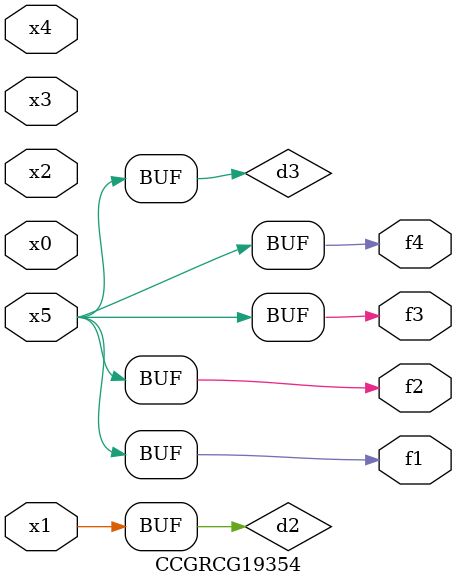
<source format=v>
module CCGRCG19354(
	input x0, x1, x2, x3, x4, x5,
	output f1, f2, f3, f4
);

	wire d1, d2, d3;

	not (d1, x5);
	or (d2, x1);
	xnor (d3, d1);
	assign f1 = d3;
	assign f2 = d3;
	assign f3 = d3;
	assign f4 = d3;
endmodule

</source>
